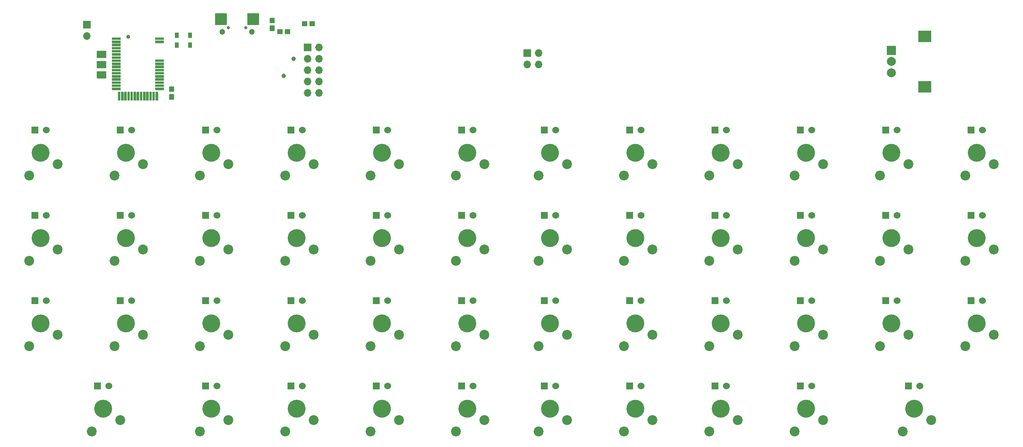
<source format=gbr>
%TF.GenerationSoftware,KiCad,Pcbnew,(5.1.8)-1*%
%TF.CreationDate,2021-03-07T17:47:24+01:00*%
%TF.ProjectId,splitboard,73706c69-7462-46f6-9172-642e6b696361,rev?*%
%TF.SameCoordinates,Original*%
%TF.FileFunction,Soldermask,Bot*%
%TF.FilePolarity,Negative*%
%FSLAX46Y46*%
G04 Gerber Fmt 4.6, Leading zero omitted, Abs format (unit mm)*
G04 Created by KiCad (PCBNEW (5.1.8)-1) date 2021-03-07 17:47:24*
%MOMM*%
%LPD*%
G01*
G04 APERTURE LIST*
%ADD10C,0.900000*%
%ADD11C,2.200000*%
%ADD12C,4.000000*%
%ADD13R,1.524000X1.524000*%
%ADD14C,1.524000*%
%ADD15R,1.700000X1.700000*%
%ADD16O,1.700000X1.700000*%
%ADD17R,0.900000X1.200000*%
%ADD18C,1.000000*%
%ADD19R,2.000000X2.000000*%
%ADD20C,2.000000*%
%ADD21R,3.000000X2.500000*%
%ADD22C,1.301600*%
%ADD23C,0.700000*%
G04 APERTURE END LIST*
D10*
%TO.C,U5*%
X43012000Y-64892000D03*
G36*
G01*
X41362800Y-65117000D02*
X41362800Y-65567000D01*
G75*
G02*
X41312000Y-65617800I-50800J0D01*
G01*
X39462000Y-65617800D01*
G75*
G02*
X39411200Y-65567000I0J50800D01*
G01*
X39411200Y-65117000D01*
G75*
G02*
X39462000Y-65066200I50800J0D01*
G01*
X41312000Y-65066200D01*
G75*
G02*
X41362800Y-65117000I0J-50800D01*
G01*
G37*
G36*
G01*
X41362800Y-65817000D02*
X41362800Y-66267000D01*
G75*
G02*
X41312000Y-66317800I-50800J0D01*
G01*
X39462000Y-66317800D01*
G75*
G02*
X39411200Y-66267000I0J50800D01*
G01*
X39411200Y-65817000D01*
G75*
G02*
X39462000Y-65766200I50800J0D01*
G01*
X41312000Y-65766200D01*
G75*
G02*
X41362800Y-65817000I0J-50800D01*
G01*
G37*
G36*
G01*
X41362800Y-66517000D02*
X41362800Y-66967000D01*
G75*
G02*
X41312000Y-67017800I-50800J0D01*
G01*
X39462000Y-67017800D01*
G75*
G02*
X39411200Y-66967000I0J50800D01*
G01*
X39411200Y-66517000D01*
G75*
G02*
X39462000Y-66466200I50800J0D01*
G01*
X41312000Y-66466200D01*
G75*
G02*
X41362800Y-66517000I0J-50800D01*
G01*
G37*
G36*
G01*
X41362800Y-67217000D02*
X41362800Y-67667000D01*
G75*
G02*
X41312000Y-67717800I-50800J0D01*
G01*
X39462000Y-67717800D01*
G75*
G02*
X39411200Y-67667000I0J50800D01*
G01*
X39411200Y-67217000D01*
G75*
G02*
X39462000Y-67166200I50800J0D01*
G01*
X41312000Y-67166200D01*
G75*
G02*
X41362800Y-67217000I0J-50800D01*
G01*
G37*
G36*
G01*
X41362800Y-67917000D02*
X41362800Y-68367000D01*
G75*
G02*
X41312000Y-68417800I-50800J0D01*
G01*
X39462000Y-68417800D01*
G75*
G02*
X39411200Y-68367000I0J50800D01*
G01*
X39411200Y-67917000D01*
G75*
G02*
X39462000Y-67866200I50800J0D01*
G01*
X41312000Y-67866200D01*
G75*
G02*
X41362800Y-67917000I0J-50800D01*
G01*
G37*
G36*
G01*
X41362800Y-68617000D02*
X41362800Y-69067000D01*
G75*
G02*
X41312000Y-69117800I-50800J0D01*
G01*
X39462000Y-69117800D01*
G75*
G02*
X39411200Y-69067000I0J50800D01*
G01*
X39411200Y-68617000D01*
G75*
G02*
X39462000Y-68566200I50800J0D01*
G01*
X41312000Y-68566200D01*
G75*
G02*
X41362800Y-68617000I0J-50800D01*
G01*
G37*
G36*
G01*
X41362800Y-69317000D02*
X41362800Y-69767000D01*
G75*
G02*
X41312000Y-69817800I-50800J0D01*
G01*
X39462000Y-69817800D01*
G75*
G02*
X39411200Y-69767000I0J50800D01*
G01*
X39411200Y-69317000D01*
G75*
G02*
X39462000Y-69266200I50800J0D01*
G01*
X41312000Y-69266200D01*
G75*
G02*
X41362800Y-69317000I0J-50800D01*
G01*
G37*
G36*
G01*
X41362800Y-70017000D02*
X41362800Y-70467000D01*
G75*
G02*
X41312000Y-70517800I-50800J0D01*
G01*
X39462000Y-70517800D01*
G75*
G02*
X39411200Y-70467000I0J50800D01*
G01*
X39411200Y-70017000D01*
G75*
G02*
X39462000Y-69966200I50800J0D01*
G01*
X41312000Y-69966200D01*
G75*
G02*
X41362800Y-70017000I0J-50800D01*
G01*
G37*
G36*
G01*
X41362800Y-70717000D02*
X41362800Y-71167000D01*
G75*
G02*
X41312000Y-71217800I-50800J0D01*
G01*
X39462000Y-71217800D01*
G75*
G02*
X39411200Y-71167000I0J50800D01*
G01*
X39411200Y-70717000D01*
G75*
G02*
X39462000Y-70666200I50800J0D01*
G01*
X41312000Y-70666200D01*
G75*
G02*
X41362800Y-70717000I0J-50800D01*
G01*
G37*
G36*
G01*
X41362800Y-71417000D02*
X41362800Y-71867000D01*
G75*
G02*
X41312000Y-71917800I-50800J0D01*
G01*
X39462000Y-71917800D01*
G75*
G02*
X39411200Y-71867000I0J50800D01*
G01*
X39411200Y-71417000D01*
G75*
G02*
X39462000Y-71366200I50800J0D01*
G01*
X41312000Y-71366200D01*
G75*
G02*
X41362800Y-71417000I0J-50800D01*
G01*
G37*
G36*
G01*
X41362800Y-72117000D02*
X41362800Y-72567000D01*
G75*
G02*
X41312000Y-72617800I-50800J0D01*
G01*
X39462000Y-72617800D01*
G75*
G02*
X39411200Y-72567000I0J50800D01*
G01*
X39411200Y-72117000D01*
G75*
G02*
X39462000Y-72066200I50800J0D01*
G01*
X41312000Y-72066200D01*
G75*
G02*
X41362800Y-72117000I0J-50800D01*
G01*
G37*
G36*
G01*
X41362800Y-72817000D02*
X41362800Y-73267000D01*
G75*
G02*
X41312000Y-73317800I-50800J0D01*
G01*
X39462000Y-73317800D01*
G75*
G02*
X39411200Y-73267000I0J50800D01*
G01*
X39411200Y-72817000D01*
G75*
G02*
X39462000Y-72766200I50800J0D01*
G01*
X41312000Y-72766200D01*
G75*
G02*
X41362800Y-72817000I0J-50800D01*
G01*
G37*
G36*
G01*
X41362800Y-73517000D02*
X41362800Y-73967000D01*
G75*
G02*
X41312000Y-74017800I-50800J0D01*
G01*
X39462000Y-74017800D01*
G75*
G02*
X39411200Y-73967000I0J50800D01*
G01*
X39411200Y-73517000D01*
G75*
G02*
X39462000Y-73466200I50800J0D01*
G01*
X41312000Y-73466200D01*
G75*
G02*
X41362800Y-73517000I0J-50800D01*
G01*
G37*
G36*
G01*
X41362800Y-74217000D02*
X41362800Y-74667000D01*
G75*
G02*
X41312000Y-74717800I-50800J0D01*
G01*
X39462000Y-74717800D01*
G75*
G02*
X39411200Y-74667000I0J50800D01*
G01*
X39411200Y-74217000D01*
G75*
G02*
X39462000Y-74166200I50800J0D01*
G01*
X41312000Y-74166200D01*
G75*
G02*
X41362800Y-74217000I0J-50800D01*
G01*
G37*
G36*
G01*
X41362800Y-74917000D02*
X41362800Y-75367000D01*
G75*
G02*
X41312000Y-75417800I-50800J0D01*
G01*
X39462000Y-75417800D01*
G75*
G02*
X39411200Y-75367000I0J50800D01*
G01*
X39411200Y-74917000D01*
G75*
G02*
X39462000Y-74866200I50800J0D01*
G01*
X41312000Y-74866200D01*
G75*
G02*
X41362800Y-74917000I0J-50800D01*
G01*
G37*
G36*
G01*
X41362800Y-75617000D02*
X41362800Y-76067000D01*
G75*
G02*
X41312000Y-76117800I-50800J0D01*
G01*
X39462000Y-76117800D01*
G75*
G02*
X39411200Y-76067000I0J50800D01*
G01*
X39411200Y-75617000D01*
G75*
G02*
X39462000Y-75566200I50800J0D01*
G01*
X41312000Y-75566200D01*
G75*
G02*
X41362800Y-75617000I0J-50800D01*
G01*
G37*
G36*
G01*
X41362800Y-76317000D02*
X41362800Y-76767000D01*
G75*
G02*
X41312000Y-76817800I-50800J0D01*
G01*
X39462000Y-76817800D01*
G75*
G02*
X39411200Y-76767000I0J50800D01*
G01*
X39411200Y-76317000D01*
G75*
G02*
X39462000Y-76266200I50800J0D01*
G01*
X41312000Y-76266200D01*
G75*
G02*
X41362800Y-76317000I0J-50800D01*
G01*
G37*
G36*
G01*
X41237000Y-79142800D02*
X40787000Y-79142800D01*
G75*
G02*
X40736200Y-79092000I0J50800D01*
G01*
X40736200Y-77242000D01*
G75*
G02*
X40787000Y-77191200I50800J0D01*
G01*
X41237000Y-77191200D01*
G75*
G02*
X41287800Y-77242000I0J-50800D01*
G01*
X41287800Y-79092000D01*
G75*
G02*
X41237000Y-79142800I-50800J0D01*
G01*
G37*
G36*
G01*
X41937000Y-79142800D02*
X41487000Y-79142800D01*
G75*
G02*
X41436200Y-79092000I0J50800D01*
G01*
X41436200Y-77242000D01*
G75*
G02*
X41487000Y-77191200I50800J0D01*
G01*
X41937000Y-77191200D01*
G75*
G02*
X41987800Y-77242000I0J-50800D01*
G01*
X41987800Y-79092000D01*
G75*
G02*
X41937000Y-79142800I-50800J0D01*
G01*
G37*
G36*
G01*
X42637000Y-79142800D02*
X42187000Y-79142800D01*
G75*
G02*
X42136200Y-79092000I0J50800D01*
G01*
X42136200Y-77242000D01*
G75*
G02*
X42187000Y-77191200I50800J0D01*
G01*
X42637000Y-77191200D01*
G75*
G02*
X42687800Y-77242000I0J-50800D01*
G01*
X42687800Y-79092000D01*
G75*
G02*
X42637000Y-79142800I-50800J0D01*
G01*
G37*
G36*
G01*
X43337000Y-79142800D02*
X42887000Y-79142800D01*
G75*
G02*
X42836200Y-79092000I0J50800D01*
G01*
X42836200Y-77242000D01*
G75*
G02*
X42887000Y-77191200I50800J0D01*
G01*
X43337000Y-77191200D01*
G75*
G02*
X43387800Y-77242000I0J-50800D01*
G01*
X43387800Y-79092000D01*
G75*
G02*
X43337000Y-79142800I-50800J0D01*
G01*
G37*
G36*
G01*
X44037000Y-79142800D02*
X43587000Y-79142800D01*
G75*
G02*
X43536200Y-79092000I0J50800D01*
G01*
X43536200Y-77242000D01*
G75*
G02*
X43587000Y-77191200I50800J0D01*
G01*
X44037000Y-77191200D01*
G75*
G02*
X44087800Y-77242000I0J-50800D01*
G01*
X44087800Y-79092000D01*
G75*
G02*
X44037000Y-79142800I-50800J0D01*
G01*
G37*
G36*
G01*
X44737000Y-79142800D02*
X44287000Y-79142800D01*
G75*
G02*
X44236200Y-79092000I0J50800D01*
G01*
X44236200Y-77242000D01*
G75*
G02*
X44287000Y-77191200I50800J0D01*
G01*
X44737000Y-77191200D01*
G75*
G02*
X44787800Y-77242000I0J-50800D01*
G01*
X44787800Y-79092000D01*
G75*
G02*
X44737000Y-79142800I-50800J0D01*
G01*
G37*
G36*
G01*
X45437000Y-79142800D02*
X44987000Y-79142800D01*
G75*
G02*
X44936200Y-79092000I0J50800D01*
G01*
X44936200Y-77242000D01*
G75*
G02*
X44987000Y-77191200I50800J0D01*
G01*
X45437000Y-77191200D01*
G75*
G02*
X45487800Y-77242000I0J-50800D01*
G01*
X45487800Y-79092000D01*
G75*
G02*
X45437000Y-79142800I-50800J0D01*
G01*
G37*
G36*
G01*
X46137000Y-79142800D02*
X45687000Y-79142800D01*
G75*
G02*
X45636200Y-79092000I0J50800D01*
G01*
X45636200Y-77242000D01*
G75*
G02*
X45687000Y-77191200I50800J0D01*
G01*
X46137000Y-77191200D01*
G75*
G02*
X46187800Y-77242000I0J-50800D01*
G01*
X46187800Y-79092000D01*
G75*
G02*
X46137000Y-79142800I-50800J0D01*
G01*
G37*
G36*
G01*
X46837000Y-79142800D02*
X46387000Y-79142800D01*
G75*
G02*
X46336200Y-79092000I0J50800D01*
G01*
X46336200Y-77242000D01*
G75*
G02*
X46387000Y-77191200I50800J0D01*
G01*
X46837000Y-77191200D01*
G75*
G02*
X46887800Y-77242000I0J-50800D01*
G01*
X46887800Y-79092000D01*
G75*
G02*
X46837000Y-79142800I-50800J0D01*
G01*
G37*
G36*
G01*
X47537000Y-79142800D02*
X47087000Y-79142800D01*
G75*
G02*
X47036200Y-79092000I0J50800D01*
G01*
X47036200Y-77242000D01*
G75*
G02*
X47087000Y-77191200I50800J0D01*
G01*
X47537000Y-77191200D01*
G75*
G02*
X47587800Y-77242000I0J-50800D01*
G01*
X47587800Y-79092000D01*
G75*
G02*
X47537000Y-79142800I-50800J0D01*
G01*
G37*
G36*
G01*
X48237000Y-79142800D02*
X47787000Y-79142800D01*
G75*
G02*
X47736200Y-79092000I0J50800D01*
G01*
X47736200Y-77242000D01*
G75*
G02*
X47787000Y-77191200I50800J0D01*
G01*
X48237000Y-77191200D01*
G75*
G02*
X48287800Y-77242000I0J-50800D01*
G01*
X48287800Y-79092000D01*
G75*
G02*
X48237000Y-79142800I-50800J0D01*
G01*
G37*
G36*
G01*
X48937000Y-79142800D02*
X48487000Y-79142800D01*
G75*
G02*
X48436200Y-79092000I0J50800D01*
G01*
X48436200Y-77242000D01*
G75*
G02*
X48487000Y-77191200I50800J0D01*
G01*
X48937000Y-77191200D01*
G75*
G02*
X48987800Y-77242000I0J-50800D01*
G01*
X48987800Y-79092000D01*
G75*
G02*
X48937000Y-79142800I-50800J0D01*
G01*
G37*
G36*
G01*
X49637000Y-79142800D02*
X49187000Y-79142800D01*
G75*
G02*
X49136200Y-79092000I0J50800D01*
G01*
X49136200Y-77242000D01*
G75*
G02*
X49187000Y-77191200I50800J0D01*
G01*
X49637000Y-77191200D01*
G75*
G02*
X49687800Y-77242000I0J-50800D01*
G01*
X49687800Y-79092000D01*
G75*
G02*
X49637000Y-79142800I-50800J0D01*
G01*
G37*
G36*
G01*
X51012800Y-76317000D02*
X51012800Y-76767000D01*
G75*
G02*
X50962000Y-76817800I-50800J0D01*
G01*
X49112000Y-76817800D01*
G75*
G02*
X49061200Y-76767000I0J50800D01*
G01*
X49061200Y-76317000D01*
G75*
G02*
X49112000Y-76266200I50800J0D01*
G01*
X50962000Y-76266200D01*
G75*
G02*
X51012800Y-76317000I0J-50800D01*
G01*
G37*
G36*
G01*
X51012800Y-75617000D02*
X51012800Y-76067000D01*
G75*
G02*
X50962000Y-76117800I-50800J0D01*
G01*
X49112000Y-76117800D01*
G75*
G02*
X49061200Y-76067000I0J50800D01*
G01*
X49061200Y-75617000D01*
G75*
G02*
X49112000Y-75566200I50800J0D01*
G01*
X50962000Y-75566200D01*
G75*
G02*
X51012800Y-75617000I0J-50800D01*
G01*
G37*
G36*
G01*
X51012800Y-74917000D02*
X51012800Y-75367000D01*
G75*
G02*
X50962000Y-75417800I-50800J0D01*
G01*
X49112000Y-75417800D01*
G75*
G02*
X49061200Y-75367000I0J50800D01*
G01*
X49061200Y-74917000D01*
G75*
G02*
X49112000Y-74866200I50800J0D01*
G01*
X50962000Y-74866200D01*
G75*
G02*
X51012800Y-74917000I0J-50800D01*
G01*
G37*
G36*
G01*
X51012800Y-74217000D02*
X51012800Y-74667000D01*
G75*
G02*
X50962000Y-74717800I-50800J0D01*
G01*
X49112000Y-74717800D01*
G75*
G02*
X49061200Y-74667000I0J50800D01*
G01*
X49061200Y-74217000D01*
G75*
G02*
X49112000Y-74166200I50800J0D01*
G01*
X50962000Y-74166200D01*
G75*
G02*
X51012800Y-74217000I0J-50800D01*
G01*
G37*
G36*
G01*
X51012800Y-73517000D02*
X51012800Y-73967000D01*
G75*
G02*
X50962000Y-74017800I-50800J0D01*
G01*
X49112000Y-74017800D01*
G75*
G02*
X49061200Y-73967000I0J50800D01*
G01*
X49061200Y-73517000D01*
G75*
G02*
X49112000Y-73466200I50800J0D01*
G01*
X50962000Y-73466200D01*
G75*
G02*
X51012800Y-73517000I0J-50800D01*
G01*
G37*
G36*
G01*
X51012800Y-72817000D02*
X51012800Y-73267000D01*
G75*
G02*
X50962000Y-73317800I-50800J0D01*
G01*
X49112000Y-73317800D01*
G75*
G02*
X49061200Y-73267000I0J50800D01*
G01*
X49061200Y-72817000D01*
G75*
G02*
X49112000Y-72766200I50800J0D01*
G01*
X50962000Y-72766200D01*
G75*
G02*
X51012800Y-72817000I0J-50800D01*
G01*
G37*
G36*
G01*
X51012800Y-72117000D02*
X51012800Y-72567000D01*
G75*
G02*
X50962000Y-72617800I-50800J0D01*
G01*
X49112000Y-72617800D01*
G75*
G02*
X49061200Y-72567000I0J50800D01*
G01*
X49061200Y-72117000D01*
G75*
G02*
X49112000Y-72066200I50800J0D01*
G01*
X50962000Y-72066200D01*
G75*
G02*
X51012800Y-72117000I0J-50800D01*
G01*
G37*
G36*
G01*
X51012800Y-71417000D02*
X51012800Y-71867000D01*
G75*
G02*
X50962000Y-71917800I-50800J0D01*
G01*
X49112000Y-71917800D01*
G75*
G02*
X49061200Y-71867000I0J50800D01*
G01*
X49061200Y-71417000D01*
G75*
G02*
X49112000Y-71366200I50800J0D01*
G01*
X50962000Y-71366200D01*
G75*
G02*
X51012800Y-71417000I0J-50800D01*
G01*
G37*
G36*
G01*
X51012800Y-70717000D02*
X51012800Y-71167000D01*
G75*
G02*
X50962000Y-71217800I-50800J0D01*
G01*
X49112000Y-71217800D01*
G75*
G02*
X49061200Y-71167000I0J50800D01*
G01*
X49061200Y-70717000D01*
G75*
G02*
X49112000Y-70666200I50800J0D01*
G01*
X50962000Y-70666200D01*
G75*
G02*
X51012800Y-70717000I0J-50800D01*
G01*
G37*
G36*
G01*
X51012800Y-70017000D02*
X51012800Y-70467000D01*
G75*
G02*
X50962000Y-70517800I-50800J0D01*
G01*
X49112000Y-70517800D01*
G75*
G02*
X49061200Y-70467000I0J50800D01*
G01*
X49061200Y-70017000D01*
G75*
G02*
X49112000Y-69966200I50800J0D01*
G01*
X50962000Y-69966200D01*
G75*
G02*
X51012800Y-70017000I0J-50800D01*
G01*
G37*
G36*
G01*
X51012800Y-65817000D02*
X51012800Y-66267000D01*
G75*
G02*
X50962000Y-66317800I-50800J0D01*
G01*
X49112000Y-66317800D01*
G75*
G02*
X49061200Y-66267000I0J50800D01*
G01*
X49061200Y-65817000D01*
G75*
G02*
X49112000Y-65766200I50800J0D01*
G01*
X50962000Y-65766200D01*
G75*
G02*
X51012800Y-65817000I0J-50800D01*
G01*
G37*
G36*
G01*
X51012800Y-65117000D02*
X51012800Y-65567000D01*
G75*
G02*
X50962000Y-65617800I-50800J0D01*
G01*
X49112000Y-65617800D01*
G75*
G02*
X49061200Y-65567000I0J50800D01*
G01*
X49061200Y-65117000D01*
G75*
G02*
X49112000Y-65066200I50800J0D01*
G01*
X50962000Y-65066200D01*
G75*
G02*
X51012800Y-65117000I0J-50800D01*
G01*
G37*
%TD*%
D11*
%TO.C,SW44*%
X215900000Y-153035000D03*
X222250000Y-150495000D03*
D12*
X218440000Y-147955000D03*
D13*
X217170000Y-142875000D03*
D14*
X219710000Y-142875000D03*
%TD*%
D11*
%TO.C,SW5*%
X40005000Y-95885000D03*
X46355000Y-93345000D03*
D12*
X42545000Y-90805000D03*
D13*
X41275000Y-85725000D03*
D14*
X43815000Y-85725000D03*
%TD*%
D11*
%TO.C,SW1*%
X20955000Y-95885000D03*
X27305000Y-93345000D03*
D12*
X23495000Y-90805000D03*
D13*
X22225000Y-85725000D03*
D14*
X24765000Y-85725000D03*
%TD*%
D11*
%TO.C,SW22*%
X116205000Y-114935000D03*
X122555000Y-112395000D03*
D12*
X118745000Y-109855000D03*
D13*
X117475000Y-104775000D03*
D14*
X120015000Y-104775000D03*
%TD*%
D11*
%TO.C,SW3*%
X20955000Y-133985000D03*
X27305000Y-131445000D03*
D12*
X23495000Y-128905000D03*
D13*
X22225000Y-123825000D03*
D14*
X24765000Y-123825000D03*
%TD*%
D11*
%TO.C,SW24*%
X116205000Y-153035000D03*
X122555000Y-150495000D03*
D12*
X118745000Y-147955000D03*
D13*
X117475000Y-142875000D03*
D14*
X120015000Y-142875000D03*
%TD*%
D11*
%TO.C,SW19*%
X97155000Y-133985000D03*
X103505000Y-131445000D03*
D12*
X99695000Y-128905000D03*
D13*
X98425000Y-123825000D03*
D14*
X100965000Y-123825000D03*
%TD*%
D11*
%TO.C,SW15*%
X78105000Y-133985000D03*
X84455000Y-131445000D03*
D12*
X80645000Y-128905000D03*
D13*
X79375000Y-123825000D03*
D14*
X81915000Y-123825000D03*
%TD*%
D11*
%TO.C,SW47*%
X229870000Y-133985000D03*
X236220000Y-131445000D03*
D12*
X232410000Y-128905000D03*
D13*
X231140000Y-123825000D03*
D14*
X233680000Y-123825000D03*
%TD*%
D11*
%TO.C,SW46*%
X229870000Y-114935000D03*
X236220000Y-112395000D03*
D12*
X232410000Y-109855000D03*
D13*
X231140000Y-104775000D03*
D14*
X233680000Y-104775000D03*
%TD*%
D11*
%TO.C,SW45*%
X229870000Y-95885000D03*
X236220000Y-93345000D03*
D12*
X232410000Y-90805000D03*
D13*
X231140000Y-85725000D03*
D14*
X233680000Y-85725000D03*
%TD*%
D11*
%TO.C,SW43*%
X210820000Y-133985000D03*
X217170000Y-131445000D03*
D12*
X213360000Y-128905000D03*
D13*
X212090000Y-123825000D03*
D14*
X214630000Y-123825000D03*
%TD*%
D11*
%TO.C,SW42*%
X210820000Y-114935000D03*
X217170000Y-112395000D03*
D12*
X213360000Y-109855000D03*
D13*
X212090000Y-104775000D03*
D14*
X214630000Y-104775000D03*
%TD*%
D11*
%TO.C,SW41*%
X210820000Y-95885000D03*
X217170000Y-93345000D03*
D12*
X213360000Y-90805000D03*
D13*
X212090000Y-85725000D03*
D14*
X214630000Y-85725000D03*
%TD*%
D11*
%TO.C,SW40*%
X191770000Y-153035000D03*
X198120000Y-150495000D03*
D12*
X194310000Y-147955000D03*
D13*
X193040000Y-142875000D03*
D14*
X195580000Y-142875000D03*
%TD*%
D11*
%TO.C,SW39*%
X191770000Y-133985000D03*
X198120000Y-131445000D03*
D12*
X194310000Y-128905000D03*
D13*
X193040000Y-123825000D03*
D14*
X195580000Y-123825000D03*
%TD*%
D11*
%TO.C,SW38*%
X191770000Y-114935000D03*
X198120000Y-112395000D03*
D12*
X194310000Y-109855000D03*
D13*
X193040000Y-104775000D03*
D14*
X195580000Y-104775000D03*
%TD*%
D11*
%TO.C,SW37*%
X191770000Y-95885000D03*
X198120000Y-93345000D03*
D12*
X194310000Y-90805000D03*
D13*
X193040000Y-85725000D03*
D14*
X195580000Y-85725000D03*
%TD*%
D11*
%TO.C,SW36*%
X172720000Y-153035000D03*
X179070000Y-150495000D03*
D12*
X175260000Y-147955000D03*
D13*
X173990000Y-142875000D03*
D14*
X176530000Y-142875000D03*
%TD*%
D11*
%TO.C,SW35*%
X172720000Y-133985000D03*
X179070000Y-131445000D03*
D12*
X175260000Y-128905000D03*
D13*
X173990000Y-123825000D03*
D14*
X176530000Y-123825000D03*
%TD*%
D11*
%TO.C,SW34*%
X172720000Y-114935000D03*
X179070000Y-112395000D03*
D12*
X175260000Y-109855000D03*
D13*
X173990000Y-104775000D03*
D14*
X176530000Y-104775000D03*
%TD*%
D11*
%TO.C,SW33*%
X172720000Y-95885000D03*
X179070000Y-93345000D03*
D12*
X175260000Y-90805000D03*
D13*
X173990000Y-85725000D03*
D14*
X176530000Y-85725000D03*
%TD*%
D11*
%TO.C,SW32*%
X153670000Y-153035000D03*
X160020000Y-150495000D03*
D12*
X156210000Y-147955000D03*
D13*
X154940000Y-142875000D03*
D14*
X157480000Y-142875000D03*
%TD*%
D11*
%TO.C,SW31*%
X153670000Y-133985000D03*
X160020000Y-131445000D03*
D12*
X156210000Y-128905000D03*
D13*
X154940000Y-123825000D03*
D14*
X157480000Y-123825000D03*
%TD*%
D11*
%TO.C,SW30*%
X153670000Y-114935000D03*
X160020000Y-112395000D03*
D12*
X156210000Y-109855000D03*
D13*
X154940000Y-104775000D03*
D14*
X157480000Y-104775000D03*
%TD*%
D11*
%TO.C,SW29*%
X153670000Y-95885000D03*
X160020000Y-93345000D03*
D12*
X156210000Y-90805000D03*
D13*
X154940000Y-85725000D03*
D14*
X157480000Y-85725000D03*
%TD*%
D11*
%TO.C,SW28*%
X134620000Y-153035000D03*
X140970000Y-150495000D03*
D12*
X137160000Y-147955000D03*
D13*
X135890000Y-142875000D03*
D14*
X138430000Y-142875000D03*
%TD*%
D11*
%TO.C,SW27*%
X134620000Y-133985000D03*
X140970000Y-131445000D03*
D12*
X137160000Y-128905000D03*
D13*
X135890000Y-123825000D03*
D14*
X138430000Y-123825000D03*
%TD*%
D11*
%TO.C,SW26*%
X134620000Y-114935000D03*
X140970000Y-112395000D03*
D12*
X137160000Y-109855000D03*
D13*
X135890000Y-104775000D03*
D14*
X138430000Y-104775000D03*
%TD*%
D11*
%TO.C,SW25*%
X134620000Y-95885000D03*
X140970000Y-93345000D03*
D12*
X137160000Y-90805000D03*
D13*
X135890000Y-85725000D03*
D14*
X138430000Y-85725000D03*
%TD*%
D11*
%TO.C,SW23*%
X116205000Y-133985000D03*
X122555000Y-131445000D03*
D12*
X118745000Y-128905000D03*
D13*
X117475000Y-123825000D03*
D14*
X120015000Y-123825000D03*
%TD*%
D11*
%TO.C,SW21*%
X116205000Y-95885000D03*
X122555000Y-93345000D03*
D12*
X118745000Y-90805000D03*
D13*
X117475000Y-85725000D03*
D14*
X120015000Y-85725000D03*
%TD*%
D11*
%TO.C,SW20*%
X97155000Y-153035000D03*
X103505000Y-150495000D03*
D12*
X99695000Y-147955000D03*
D13*
X98425000Y-142875000D03*
D14*
X100965000Y-142875000D03*
%TD*%
D11*
%TO.C,SW18*%
X97155000Y-114935000D03*
X103505000Y-112395000D03*
D12*
X99695000Y-109855000D03*
D13*
X98425000Y-104775000D03*
D14*
X100965000Y-104775000D03*
%TD*%
D11*
%TO.C,SW17*%
X97155000Y-95885000D03*
X103505000Y-93345000D03*
D12*
X99695000Y-90805000D03*
D13*
X98425000Y-85725000D03*
D14*
X100965000Y-85725000D03*
%TD*%
D11*
%TO.C,SW16*%
X78105000Y-153035000D03*
X84455000Y-150495000D03*
D12*
X80645000Y-147955000D03*
D13*
X79375000Y-142875000D03*
D14*
X81915000Y-142875000D03*
%TD*%
D11*
%TO.C,SW14*%
X78105000Y-114935000D03*
X84455000Y-112395000D03*
D12*
X80645000Y-109855000D03*
D13*
X79375000Y-104775000D03*
D14*
X81915000Y-104775000D03*
%TD*%
D11*
%TO.C,SW13*%
X78105000Y-95885000D03*
X84455000Y-93345000D03*
D12*
X80645000Y-90805000D03*
D13*
X79375000Y-85725000D03*
D14*
X81915000Y-85725000D03*
%TD*%
D11*
%TO.C,SW12*%
X59055000Y-153035000D03*
X65405000Y-150495000D03*
D12*
X61595000Y-147955000D03*
D13*
X60325000Y-142875000D03*
D14*
X62865000Y-142875000D03*
%TD*%
D11*
%TO.C,SW11*%
X59055000Y-133985000D03*
X65405000Y-131445000D03*
D12*
X61595000Y-128905000D03*
D13*
X60325000Y-123825000D03*
D14*
X62865000Y-123825000D03*
%TD*%
D11*
%TO.C,SW10*%
X59055000Y-114935000D03*
X65405000Y-112395000D03*
D12*
X61595000Y-109855000D03*
D13*
X60325000Y-104775000D03*
D14*
X62865000Y-104775000D03*
%TD*%
D11*
%TO.C,SW9*%
X59055000Y-95885000D03*
X65405000Y-93345000D03*
D12*
X61595000Y-90805000D03*
D13*
X60325000Y-85725000D03*
D14*
X62865000Y-85725000D03*
%TD*%
D11*
%TO.C,SW8*%
X34925000Y-153035000D03*
X41275000Y-150495000D03*
D12*
X37465000Y-147955000D03*
D13*
X36195000Y-142875000D03*
D14*
X38735000Y-142875000D03*
%TD*%
D11*
%TO.C,SW7*%
X40005000Y-133985000D03*
X46355000Y-131445000D03*
D12*
X42545000Y-128905000D03*
D13*
X41275000Y-123825000D03*
D14*
X43815000Y-123825000D03*
%TD*%
D11*
%TO.C,SW6*%
X40005000Y-114935000D03*
X46355000Y-112395000D03*
D12*
X42545000Y-109855000D03*
D13*
X41275000Y-104775000D03*
D14*
X43815000Y-104775000D03*
%TD*%
D11*
%TO.C,SW2*%
X20955000Y-114935000D03*
X27305000Y-112395000D03*
D12*
X23495000Y-109855000D03*
D13*
X22225000Y-104775000D03*
D14*
X24765000Y-104775000D03*
%TD*%
D15*
%TO.C,J1*%
X83058000Y-67246500D03*
D16*
X85598000Y-67246500D03*
X83058000Y-69786500D03*
X85598000Y-69786500D03*
X83058000Y-72326500D03*
X85598000Y-72326500D03*
X83058000Y-74866500D03*
X85598000Y-74866500D03*
X83058000Y-77406500D03*
X85598000Y-77406500D03*
%TD*%
D17*
%TO.C,R55*%
X56845200Y-66784400D03*
X56845200Y-64584400D03*
%TD*%
%TO.C,R54*%
X53848000Y-64584400D03*
X53848000Y-66784400D03*
%TD*%
D18*
%TO.C,TP2*%
X79959200Y-69799200D03*
%TD*%
%TO.C,TP1*%
X77724000Y-73660000D03*
%TD*%
D19*
%TO.C,SW50*%
X213360000Y-67945000D03*
D20*
X213360000Y-70445000D03*
X213360000Y-72945000D03*
D21*
X220860000Y-64845000D03*
X220860000Y-76045000D03*
%TD*%
D16*
%TO.C,J3*%
X33782000Y-64770000D03*
D15*
X33782000Y-62230000D03*
%TD*%
D16*
%TO.C,J2*%
X134620000Y-71120000D03*
X132080000Y-71120000D03*
X134620000Y-68580000D03*
D15*
X132080000Y-68580000D03*
%TD*%
D22*
%TO.C,X3*%
X64010000Y-63765000D03*
X70610000Y-63765000D03*
G36*
G01*
X69660000Y-59664200D02*
X72160000Y-59664200D01*
G75*
G02*
X72210800Y-59715000I0J-50800D01*
G01*
X72210800Y-62215000D01*
G75*
G02*
X72160000Y-62265800I-50800J0D01*
G01*
X69660000Y-62265800D01*
G75*
G02*
X69609200Y-62215000I0J50800D01*
G01*
X69609200Y-59715000D01*
G75*
G02*
X69660000Y-59664200I50800J0D01*
G01*
G37*
G36*
G01*
X62460000Y-59664200D02*
X64960000Y-59664200D01*
G75*
G02*
X65010800Y-59715000I0J-50800D01*
G01*
X65010800Y-62215000D01*
G75*
G02*
X64960000Y-62265800I-50800J0D01*
G01*
X62460000Y-62265800D01*
G75*
G02*
X62409200Y-62215000I0J50800D01*
G01*
X62409200Y-59715000D01*
G75*
G02*
X62460000Y-59664200I50800J0D01*
G01*
G37*
D23*
X65360000Y-62865000D03*
X69260000Y-62865000D03*
%TD*%
%TO.C,TP103*%
G36*
G01*
X38084000Y-74206800D02*
X36084000Y-74206800D01*
G75*
G02*
X36033200Y-74156000I0J50800D01*
G01*
X36033200Y-72656000D01*
G75*
G02*
X36084000Y-72605200I50800J0D01*
G01*
X38084000Y-72605200D01*
G75*
G02*
X38134800Y-72656000I0J-50800D01*
G01*
X38134800Y-74156000D01*
G75*
G02*
X38084000Y-74206800I-50800J0D01*
G01*
G37*
%TD*%
%TO.C,TP102*%
G36*
G01*
X38084000Y-71920800D02*
X36084000Y-71920800D01*
G75*
G02*
X36033200Y-71870000I0J50800D01*
G01*
X36033200Y-70370000D01*
G75*
G02*
X36084000Y-70319200I50800J0D01*
G01*
X38084000Y-70319200D01*
G75*
G02*
X38134800Y-70370000I0J-50800D01*
G01*
X38134800Y-71870000D01*
G75*
G02*
X38084000Y-71920800I-50800J0D01*
G01*
G37*
%TD*%
%TO.C,TP101*%
G36*
G01*
X38084000Y-69634800D02*
X36084000Y-69634800D01*
G75*
G02*
X36033200Y-69584000I0J50800D01*
G01*
X36033200Y-68084000D01*
G75*
G02*
X36084000Y-68033200I50800J0D01*
G01*
X38084000Y-68033200D01*
G75*
G02*
X38134800Y-68084000I0J-50800D01*
G01*
X38134800Y-69584000D01*
G75*
G02*
X38084000Y-69634800I-50800J0D01*
G01*
G37*
%TD*%
%TO.C,R106*%
G36*
G01*
X75684000Y-61892800D02*
X74684000Y-61892800D01*
G75*
G02*
X74633200Y-61842000I0J50800D01*
G01*
X74633200Y-60742000D01*
G75*
G02*
X74684000Y-60691200I50800J0D01*
G01*
X75684000Y-60691200D01*
G75*
G02*
X75734800Y-60742000I0J-50800D01*
G01*
X75734800Y-61842000D01*
G75*
G02*
X75684000Y-61892800I-50800J0D01*
G01*
G37*
G36*
G01*
X75684000Y-63592800D02*
X74684000Y-63592800D01*
G75*
G02*
X74633200Y-63542000I0J50800D01*
G01*
X74633200Y-62442000D01*
G75*
G02*
X74684000Y-62391200I50800J0D01*
G01*
X75684000Y-62391200D01*
G75*
G02*
X75734800Y-62442000I0J-50800D01*
G01*
X75734800Y-63542000D01*
G75*
G02*
X75684000Y-63592800I-50800J0D01*
G01*
G37*
%TD*%
%TO.C,R103*%
G36*
G01*
X77474800Y-63254000D02*
X77474800Y-64254000D01*
G75*
G02*
X77424000Y-64304800I-50800J0D01*
G01*
X76324000Y-64304800D01*
G75*
G02*
X76273200Y-64254000I0J50800D01*
G01*
X76273200Y-63254000D01*
G75*
G02*
X76324000Y-63203200I50800J0D01*
G01*
X77424000Y-63203200D01*
G75*
G02*
X77474800Y-63254000I0J-50800D01*
G01*
G37*
G36*
G01*
X79174800Y-63254000D02*
X79174800Y-64254000D01*
G75*
G02*
X79124000Y-64304800I-50800J0D01*
G01*
X78024000Y-64304800D01*
G75*
G02*
X77973200Y-64254000I0J50800D01*
G01*
X77973200Y-63254000D01*
G75*
G02*
X78024000Y-63203200I50800J0D01*
G01*
X79124000Y-63203200D01*
G75*
G02*
X79174800Y-63254000I0J-50800D01*
G01*
G37*
%TD*%
%TO.C,R102*%
G36*
G01*
X82974800Y-61476000D02*
X82974800Y-62476000D01*
G75*
G02*
X82924000Y-62526800I-50800J0D01*
G01*
X81824000Y-62526800D01*
G75*
G02*
X81773200Y-62476000I0J50800D01*
G01*
X81773200Y-61476000D01*
G75*
G02*
X81824000Y-61425200I50800J0D01*
G01*
X82924000Y-61425200D01*
G75*
G02*
X82974800Y-61476000I0J-50800D01*
G01*
G37*
G36*
G01*
X84674800Y-61476000D02*
X84674800Y-62476000D01*
G75*
G02*
X84624000Y-62526800I-50800J0D01*
G01*
X83524000Y-62526800D01*
G75*
G02*
X83473200Y-62476000I0J50800D01*
G01*
X83473200Y-61476000D01*
G75*
G02*
X83524000Y-61425200I50800J0D01*
G01*
X84624000Y-61425200D01*
G75*
G02*
X84674800Y-61476000I0J-50800D01*
G01*
G37*
%TD*%
%TO.C,C4*%
G36*
G01*
X53205000Y-77220800D02*
X52205000Y-77220800D01*
G75*
G02*
X52154200Y-77170000I0J50800D01*
G01*
X52154200Y-76070000D01*
G75*
G02*
X52205000Y-76019200I50800J0D01*
G01*
X53205000Y-76019200D01*
G75*
G02*
X53255800Y-76070000I0J-50800D01*
G01*
X53255800Y-77170000D01*
G75*
G02*
X53205000Y-77220800I-50800J0D01*
G01*
G37*
G36*
G01*
X53205000Y-78920800D02*
X52205000Y-78920800D01*
G75*
G02*
X52154200Y-78870000I0J50800D01*
G01*
X52154200Y-77770000D01*
G75*
G02*
X52205000Y-77719200I50800J0D01*
G01*
X53205000Y-77719200D01*
G75*
G02*
X53255800Y-77770000I0J-50800D01*
G01*
X53255800Y-78870000D01*
G75*
G02*
X53205000Y-78920800I-50800J0D01*
G01*
G37*
%TD*%
M02*

</source>
